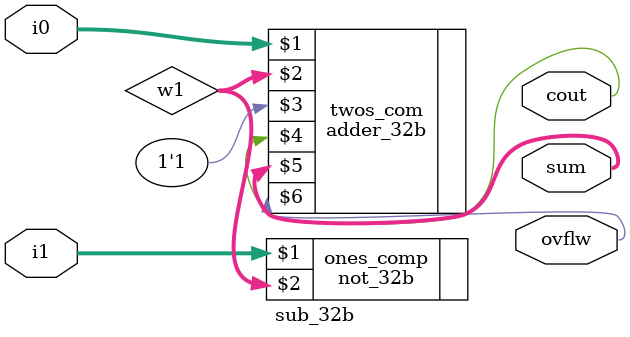
<source format=v>
module sub_32b(i0, i1, cout, sum, ovflw);
	input [31:0] i0, i1;
	output [31:0] sum;
	output cout, ovflw;
	wire [31:0] w1;
	
	not_32b ones_comp(i1, w1);
	
	adder_32b twos_com(i0, w1, 1'b1, cout, sum, ovflw);
endmodule

</source>
